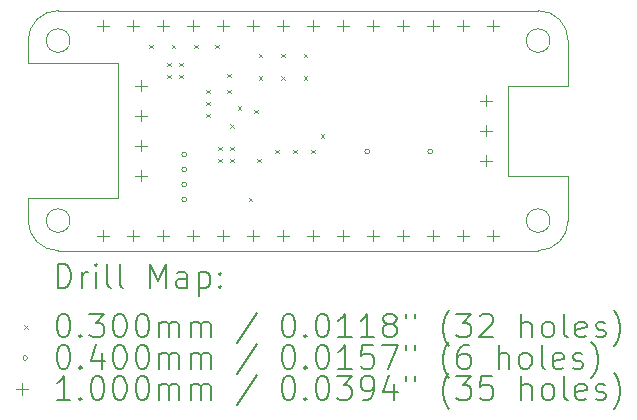
<source format=gbr>
%FSLAX45Y45*%
G04 Gerber Fmt 4.5, Leading zero omitted, Abs format (unit mm)*
G04 Created by KiCad (PCBNEW (6.0.0-0)) date 2023-05-28 12:30:23*
%MOMM*%
%LPD*%
G01*
G04 APERTURE LIST*
%TA.AperFunction,Profile*%
%ADD10C,0.100000*%
%TD*%
%ADD11C,0.200000*%
%ADD12C,0.030000*%
%ADD13C,0.040000*%
%ADD14C,0.100000*%
G04 APERTURE END LIST*
D10*
X12954000Y-10477500D02*
X12954000Y-9334500D01*
X16610000Y-10668000D02*
G75*
G03*
X16610000Y-10668000I-100000J0D01*
G01*
X16256000Y-9525000D02*
X16764000Y-9525000D01*
X12446000Y-8890000D02*
X16510000Y-8890000D01*
X12446000Y-8890000D02*
G75*
G03*
X12192000Y-9144000I0J-254000D01*
G01*
X12192000Y-10477500D02*
X12954000Y-10477500D01*
X16764000Y-9144000D02*
G75*
G03*
X16510000Y-8890000I-254000J0D01*
G01*
X16256000Y-10287000D02*
X16256000Y-9525000D01*
X12192000Y-10668000D02*
G75*
G03*
X12446000Y-10922000I254000J0D01*
G01*
X16610000Y-9144000D02*
G75*
G03*
X16610000Y-9144000I-100000J0D01*
G01*
X16764000Y-9525000D02*
X16764000Y-9144000D01*
X16764000Y-10287000D02*
X16256000Y-10287000D01*
X12192000Y-10477500D02*
X12192000Y-10668000D01*
X16764000Y-10668000D02*
X16764000Y-10287000D01*
X12192000Y-9334500D02*
X12192000Y-9144000D01*
X16510000Y-10922000D02*
X12446000Y-10922000D01*
X16510000Y-10922000D02*
G75*
G03*
X16764000Y-10668000I0J254000D01*
G01*
X12546000Y-10668000D02*
G75*
G03*
X12546000Y-10668000I-100000J0D01*
G01*
X12954000Y-9334500D02*
X12192000Y-9334500D01*
X12546000Y-9144000D02*
G75*
G03*
X12546000Y-9144000I-100000J0D01*
G01*
D11*
D12*
X13218400Y-9179800D02*
X13248400Y-9209800D01*
X13248400Y-9179800D02*
X13218400Y-9209800D01*
X13370800Y-9332200D02*
X13400800Y-9362200D01*
X13400800Y-9332200D02*
X13370800Y-9362200D01*
X13370800Y-9433800D02*
X13400800Y-9463800D01*
X13400800Y-9433800D02*
X13370800Y-9463800D01*
X13408900Y-9179800D02*
X13438900Y-9209800D01*
X13438900Y-9179800D02*
X13408900Y-9209800D01*
X13472400Y-9332200D02*
X13502400Y-9362200D01*
X13502400Y-9332200D02*
X13472400Y-9362200D01*
X13472400Y-9433800D02*
X13502400Y-9463800D01*
X13502400Y-9433800D02*
X13472400Y-9463800D01*
X13599400Y-9179800D02*
X13629400Y-9209800D01*
X13629400Y-9179800D02*
X13599400Y-9209800D01*
X13701000Y-9560800D02*
X13731000Y-9590800D01*
X13731000Y-9560800D02*
X13701000Y-9590800D01*
X13701000Y-9662400D02*
X13731000Y-9692400D01*
X13731000Y-9662400D02*
X13701000Y-9692400D01*
X13701000Y-9764000D02*
X13731000Y-9794000D01*
X13731000Y-9764000D02*
X13701000Y-9794000D01*
X13777200Y-9179800D02*
X13807200Y-9209800D01*
X13807200Y-9179800D02*
X13777200Y-9209800D01*
X13802600Y-10043400D02*
X13832600Y-10073400D01*
X13832600Y-10043400D02*
X13802600Y-10073400D01*
X13802600Y-10145000D02*
X13832600Y-10175000D01*
X13832600Y-10145000D02*
X13802600Y-10175000D01*
X13878517Y-9424272D02*
X13908517Y-9454272D01*
X13908517Y-9424272D02*
X13878517Y-9454272D01*
X13878800Y-9560800D02*
X13908800Y-9590800D01*
X13908800Y-9560800D02*
X13878800Y-9590800D01*
X13904200Y-9853716D02*
X13934200Y-9883716D01*
X13934200Y-9853716D02*
X13904200Y-9883716D01*
X13904200Y-10043400D02*
X13934200Y-10073400D01*
X13934200Y-10043400D02*
X13904200Y-10073400D01*
X13904200Y-10145000D02*
X13934200Y-10175000D01*
X13934200Y-10145000D02*
X13904200Y-10175000D01*
X13964741Y-9701849D02*
X13994741Y-9731849D01*
X13994741Y-9701849D02*
X13964741Y-9731849D01*
X14060450Y-10475200D02*
X14090450Y-10505200D01*
X14090450Y-10475200D02*
X14060450Y-10505200D01*
X14107273Y-9730648D02*
X14137273Y-9760648D01*
X14137273Y-9730648D02*
X14107273Y-9760648D01*
X14132800Y-10145000D02*
X14162800Y-10175000D01*
X14162800Y-10145000D02*
X14132800Y-10175000D01*
X14145500Y-9256000D02*
X14175500Y-9286000D01*
X14175500Y-9256000D02*
X14145500Y-9286000D01*
X14145500Y-9446500D02*
X14175500Y-9476500D01*
X14175500Y-9446500D02*
X14145500Y-9476500D01*
X14285200Y-10068800D02*
X14315200Y-10098800D01*
X14315200Y-10068800D02*
X14285200Y-10098800D01*
X14336000Y-9256000D02*
X14366000Y-9286000D01*
X14366000Y-9256000D02*
X14336000Y-9286000D01*
X14336000Y-9446500D02*
X14366000Y-9476500D01*
X14366000Y-9446500D02*
X14336000Y-9476500D01*
X14437600Y-10068800D02*
X14467600Y-10098800D01*
X14467600Y-10068800D02*
X14437600Y-10098800D01*
X14526500Y-9256000D02*
X14556500Y-9286000D01*
X14556500Y-9256000D02*
X14526500Y-9286000D01*
X14526500Y-9446500D02*
X14556500Y-9476500D01*
X14556500Y-9446500D02*
X14526500Y-9476500D01*
X14590000Y-10068800D02*
X14620000Y-10098800D01*
X14620000Y-10068800D02*
X14590000Y-10098800D01*
X14669109Y-9938891D02*
X14699109Y-9968891D01*
X14699109Y-9938891D02*
X14669109Y-9968891D01*
D13*
X13532800Y-10109200D02*
G75*
G03*
X13532800Y-10109200I-20000J0D01*
G01*
X13532800Y-10236200D02*
G75*
G03*
X13532800Y-10236200I-20000J0D01*
G01*
X13532800Y-10363200D02*
G75*
G03*
X13532800Y-10363200I-20000J0D01*
G01*
X13532800Y-10490200D02*
G75*
G03*
X13532800Y-10490200I-20000J0D01*
G01*
X15082200Y-10083800D02*
G75*
G03*
X15082200Y-10083800I-20000J0D01*
G01*
X15615600Y-10083800D02*
G75*
G03*
X15615600Y-10083800I-20000J0D01*
G01*
D14*
X12828000Y-8967000D02*
X12828000Y-9067000D01*
X12778000Y-9017000D02*
X12878000Y-9017000D01*
X12828000Y-10745000D02*
X12828000Y-10845000D01*
X12778000Y-10795000D02*
X12878000Y-10795000D01*
X13082000Y-8967000D02*
X13082000Y-9067000D01*
X13032000Y-9017000D02*
X13132000Y-9017000D01*
X13082000Y-10745000D02*
X13082000Y-10845000D01*
X13032000Y-10795000D02*
X13132000Y-10795000D01*
X13144500Y-9475000D02*
X13144500Y-9575000D01*
X13094500Y-9525000D02*
X13194500Y-9525000D01*
X13144500Y-9729000D02*
X13144500Y-9829000D01*
X13094500Y-9779000D02*
X13194500Y-9779000D01*
X13144500Y-9983000D02*
X13144500Y-10083000D01*
X13094500Y-10033000D02*
X13194500Y-10033000D01*
X13144500Y-10237000D02*
X13144500Y-10337000D01*
X13094500Y-10287000D02*
X13194500Y-10287000D01*
X13336000Y-8967000D02*
X13336000Y-9067000D01*
X13286000Y-9017000D02*
X13386000Y-9017000D01*
X13336000Y-10745000D02*
X13336000Y-10845000D01*
X13286000Y-10795000D02*
X13386000Y-10795000D01*
X13590000Y-8967000D02*
X13590000Y-9067000D01*
X13540000Y-9017000D02*
X13640000Y-9017000D01*
X13590000Y-10745000D02*
X13590000Y-10845000D01*
X13540000Y-10795000D02*
X13640000Y-10795000D01*
X13844000Y-8967000D02*
X13844000Y-9067000D01*
X13794000Y-9017000D02*
X13894000Y-9017000D01*
X13844000Y-10745000D02*
X13844000Y-10845000D01*
X13794000Y-10795000D02*
X13894000Y-10795000D01*
X14098000Y-8967000D02*
X14098000Y-9067000D01*
X14048000Y-9017000D02*
X14148000Y-9017000D01*
X14098000Y-10745000D02*
X14098000Y-10845000D01*
X14048000Y-10795000D02*
X14148000Y-10795000D01*
X14352000Y-8967000D02*
X14352000Y-9067000D01*
X14302000Y-9017000D02*
X14402000Y-9017000D01*
X14352000Y-10745000D02*
X14352000Y-10845000D01*
X14302000Y-10795000D02*
X14402000Y-10795000D01*
X14606000Y-8967000D02*
X14606000Y-9067000D01*
X14556000Y-9017000D02*
X14656000Y-9017000D01*
X14606000Y-10745000D02*
X14606000Y-10845000D01*
X14556000Y-10795000D02*
X14656000Y-10795000D01*
X14860000Y-8967000D02*
X14860000Y-9067000D01*
X14810000Y-9017000D02*
X14910000Y-9017000D01*
X14860000Y-10745000D02*
X14860000Y-10845000D01*
X14810000Y-10795000D02*
X14910000Y-10795000D01*
X15114000Y-8967000D02*
X15114000Y-9067000D01*
X15064000Y-9017000D02*
X15164000Y-9017000D01*
X15114000Y-10745000D02*
X15114000Y-10845000D01*
X15064000Y-10795000D02*
X15164000Y-10795000D01*
X15368000Y-8967000D02*
X15368000Y-9067000D01*
X15318000Y-9017000D02*
X15418000Y-9017000D01*
X15368000Y-10745000D02*
X15368000Y-10845000D01*
X15318000Y-10795000D02*
X15418000Y-10795000D01*
X15622000Y-8967000D02*
X15622000Y-9067000D01*
X15572000Y-9017000D02*
X15672000Y-9017000D01*
X15622000Y-10745000D02*
X15622000Y-10845000D01*
X15572000Y-10795000D02*
X15672000Y-10795000D01*
X15876000Y-8967000D02*
X15876000Y-9067000D01*
X15826000Y-9017000D02*
X15926000Y-9017000D01*
X15876000Y-10745000D02*
X15876000Y-10845000D01*
X15826000Y-10795000D02*
X15926000Y-10795000D01*
X16065500Y-9602000D02*
X16065500Y-9702000D01*
X16015500Y-9652000D02*
X16115500Y-9652000D01*
X16065500Y-9856000D02*
X16065500Y-9956000D01*
X16015500Y-9906000D02*
X16115500Y-9906000D01*
X16065500Y-10110000D02*
X16065500Y-10210000D01*
X16015500Y-10160000D02*
X16115500Y-10160000D01*
X16130000Y-8967000D02*
X16130000Y-9067000D01*
X16080000Y-9017000D02*
X16180000Y-9017000D01*
X16130000Y-10745000D02*
X16130000Y-10845000D01*
X16080000Y-10795000D02*
X16180000Y-10795000D01*
D11*
X12444619Y-11237476D02*
X12444619Y-11037476D01*
X12492238Y-11037476D01*
X12520809Y-11047000D01*
X12539857Y-11066048D01*
X12549381Y-11085095D01*
X12558905Y-11123190D01*
X12558905Y-11151762D01*
X12549381Y-11189857D01*
X12539857Y-11208905D01*
X12520809Y-11227952D01*
X12492238Y-11237476D01*
X12444619Y-11237476D01*
X12644619Y-11237476D02*
X12644619Y-11104143D01*
X12644619Y-11142238D02*
X12654143Y-11123190D01*
X12663667Y-11113667D01*
X12682714Y-11104143D01*
X12701762Y-11104143D01*
X12768428Y-11237476D02*
X12768428Y-11104143D01*
X12768428Y-11037476D02*
X12758905Y-11047000D01*
X12768428Y-11056524D01*
X12777952Y-11047000D01*
X12768428Y-11037476D01*
X12768428Y-11056524D01*
X12892238Y-11237476D02*
X12873190Y-11227952D01*
X12863667Y-11208905D01*
X12863667Y-11037476D01*
X12997000Y-11237476D02*
X12977952Y-11227952D01*
X12968428Y-11208905D01*
X12968428Y-11037476D01*
X13225571Y-11237476D02*
X13225571Y-11037476D01*
X13292238Y-11180333D01*
X13358905Y-11037476D01*
X13358905Y-11237476D01*
X13539857Y-11237476D02*
X13539857Y-11132714D01*
X13530333Y-11113667D01*
X13511286Y-11104143D01*
X13473190Y-11104143D01*
X13454143Y-11113667D01*
X13539857Y-11227952D02*
X13520809Y-11237476D01*
X13473190Y-11237476D01*
X13454143Y-11227952D01*
X13444619Y-11208905D01*
X13444619Y-11189857D01*
X13454143Y-11170810D01*
X13473190Y-11161286D01*
X13520809Y-11161286D01*
X13539857Y-11151762D01*
X13635095Y-11104143D02*
X13635095Y-11304143D01*
X13635095Y-11113667D02*
X13654143Y-11104143D01*
X13692238Y-11104143D01*
X13711286Y-11113667D01*
X13720809Y-11123190D01*
X13730333Y-11142238D01*
X13730333Y-11199381D01*
X13720809Y-11218428D01*
X13711286Y-11227952D01*
X13692238Y-11237476D01*
X13654143Y-11237476D01*
X13635095Y-11227952D01*
X13816048Y-11218428D02*
X13825571Y-11227952D01*
X13816048Y-11237476D01*
X13806524Y-11227952D01*
X13816048Y-11218428D01*
X13816048Y-11237476D01*
X13816048Y-11113667D02*
X13825571Y-11123190D01*
X13816048Y-11132714D01*
X13806524Y-11123190D01*
X13816048Y-11113667D01*
X13816048Y-11132714D01*
D12*
X12157000Y-11552000D02*
X12187000Y-11582000D01*
X12187000Y-11552000D02*
X12157000Y-11582000D01*
D11*
X12482714Y-11457476D02*
X12501762Y-11457476D01*
X12520809Y-11467000D01*
X12530333Y-11476524D01*
X12539857Y-11495571D01*
X12549381Y-11533667D01*
X12549381Y-11581286D01*
X12539857Y-11619381D01*
X12530333Y-11638428D01*
X12520809Y-11647952D01*
X12501762Y-11657476D01*
X12482714Y-11657476D01*
X12463667Y-11647952D01*
X12454143Y-11638428D01*
X12444619Y-11619381D01*
X12435095Y-11581286D01*
X12435095Y-11533667D01*
X12444619Y-11495571D01*
X12454143Y-11476524D01*
X12463667Y-11467000D01*
X12482714Y-11457476D01*
X12635095Y-11638428D02*
X12644619Y-11647952D01*
X12635095Y-11657476D01*
X12625571Y-11647952D01*
X12635095Y-11638428D01*
X12635095Y-11657476D01*
X12711286Y-11457476D02*
X12835095Y-11457476D01*
X12768428Y-11533667D01*
X12797000Y-11533667D01*
X12816048Y-11543190D01*
X12825571Y-11552714D01*
X12835095Y-11571762D01*
X12835095Y-11619381D01*
X12825571Y-11638428D01*
X12816048Y-11647952D01*
X12797000Y-11657476D01*
X12739857Y-11657476D01*
X12720809Y-11647952D01*
X12711286Y-11638428D01*
X12958905Y-11457476D02*
X12977952Y-11457476D01*
X12997000Y-11467000D01*
X13006524Y-11476524D01*
X13016048Y-11495571D01*
X13025571Y-11533667D01*
X13025571Y-11581286D01*
X13016048Y-11619381D01*
X13006524Y-11638428D01*
X12997000Y-11647952D01*
X12977952Y-11657476D01*
X12958905Y-11657476D01*
X12939857Y-11647952D01*
X12930333Y-11638428D01*
X12920809Y-11619381D01*
X12911286Y-11581286D01*
X12911286Y-11533667D01*
X12920809Y-11495571D01*
X12930333Y-11476524D01*
X12939857Y-11467000D01*
X12958905Y-11457476D01*
X13149381Y-11457476D02*
X13168428Y-11457476D01*
X13187476Y-11467000D01*
X13197000Y-11476524D01*
X13206524Y-11495571D01*
X13216048Y-11533667D01*
X13216048Y-11581286D01*
X13206524Y-11619381D01*
X13197000Y-11638428D01*
X13187476Y-11647952D01*
X13168428Y-11657476D01*
X13149381Y-11657476D01*
X13130333Y-11647952D01*
X13120809Y-11638428D01*
X13111286Y-11619381D01*
X13101762Y-11581286D01*
X13101762Y-11533667D01*
X13111286Y-11495571D01*
X13120809Y-11476524D01*
X13130333Y-11467000D01*
X13149381Y-11457476D01*
X13301762Y-11657476D02*
X13301762Y-11524143D01*
X13301762Y-11543190D02*
X13311286Y-11533667D01*
X13330333Y-11524143D01*
X13358905Y-11524143D01*
X13377952Y-11533667D01*
X13387476Y-11552714D01*
X13387476Y-11657476D01*
X13387476Y-11552714D02*
X13397000Y-11533667D01*
X13416048Y-11524143D01*
X13444619Y-11524143D01*
X13463667Y-11533667D01*
X13473190Y-11552714D01*
X13473190Y-11657476D01*
X13568428Y-11657476D02*
X13568428Y-11524143D01*
X13568428Y-11543190D02*
X13577952Y-11533667D01*
X13597000Y-11524143D01*
X13625571Y-11524143D01*
X13644619Y-11533667D01*
X13654143Y-11552714D01*
X13654143Y-11657476D01*
X13654143Y-11552714D02*
X13663667Y-11533667D01*
X13682714Y-11524143D01*
X13711286Y-11524143D01*
X13730333Y-11533667D01*
X13739857Y-11552714D01*
X13739857Y-11657476D01*
X14130333Y-11447952D02*
X13958905Y-11705095D01*
X14387476Y-11457476D02*
X14406524Y-11457476D01*
X14425571Y-11467000D01*
X14435095Y-11476524D01*
X14444619Y-11495571D01*
X14454143Y-11533667D01*
X14454143Y-11581286D01*
X14444619Y-11619381D01*
X14435095Y-11638428D01*
X14425571Y-11647952D01*
X14406524Y-11657476D01*
X14387476Y-11657476D01*
X14368428Y-11647952D01*
X14358905Y-11638428D01*
X14349381Y-11619381D01*
X14339857Y-11581286D01*
X14339857Y-11533667D01*
X14349381Y-11495571D01*
X14358905Y-11476524D01*
X14368428Y-11467000D01*
X14387476Y-11457476D01*
X14539857Y-11638428D02*
X14549381Y-11647952D01*
X14539857Y-11657476D01*
X14530333Y-11647952D01*
X14539857Y-11638428D01*
X14539857Y-11657476D01*
X14673190Y-11457476D02*
X14692238Y-11457476D01*
X14711286Y-11467000D01*
X14720809Y-11476524D01*
X14730333Y-11495571D01*
X14739857Y-11533667D01*
X14739857Y-11581286D01*
X14730333Y-11619381D01*
X14720809Y-11638428D01*
X14711286Y-11647952D01*
X14692238Y-11657476D01*
X14673190Y-11657476D01*
X14654143Y-11647952D01*
X14644619Y-11638428D01*
X14635095Y-11619381D01*
X14625571Y-11581286D01*
X14625571Y-11533667D01*
X14635095Y-11495571D01*
X14644619Y-11476524D01*
X14654143Y-11467000D01*
X14673190Y-11457476D01*
X14930333Y-11657476D02*
X14816048Y-11657476D01*
X14873190Y-11657476D02*
X14873190Y-11457476D01*
X14854143Y-11486048D01*
X14835095Y-11505095D01*
X14816048Y-11514619D01*
X15120809Y-11657476D02*
X15006524Y-11657476D01*
X15063667Y-11657476D02*
X15063667Y-11457476D01*
X15044619Y-11486048D01*
X15025571Y-11505095D01*
X15006524Y-11514619D01*
X15235095Y-11543190D02*
X15216048Y-11533667D01*
X15206524Y-11524143D01*
X15197000Y-11505095D01*
X15197000Y-11495571D01*
X15206524Y-11476524D01*
X15216048Y-11467000D01*
X15235095Y-11457476D01*
X15273190Y-11457476D01*
X15292238Y-11467000D01*
X15301762Y-11476524D01*
X15311286Y-11495571D01*
X15311286Y-11505095D01*
X15301762Y-11524143D01*
X15292238Y-11533667D01*
X15273190Y-11543190D01*
X15235095Y-11543190D01*
X15216048Y-11552714D01*
X15206524Y-11562238D01*
X15197000Y-11581286D01*
X15197000Y-11619381D01*
X15206524Y-11638428D01*
X15216048Y-11647952D01*
X15235095Y-11657476D01*
X15273190Y-11657476D01*
X15292238Y-11647952D01*
X15301762Y-11638428D01*
X15311286Y-11619381D01*
X15311286Y-11581286D01*
X15301762Y-11562238D01*
X15292238Y-11552714D01*
X15273190Y-11543190D01*
X15387476Y-11457476D02*
X15387476Y-11495571D01*
X15463667Y-11457476D02*
X15463667Y-11495571D01*
X15758905Y-11733667D02*
X15749381Y-11724143D01*
X15730333Y-11695571D01*
X15720809Y-11676524D01*
X15711286Y-11647952D01*
X15701762Y-11600333D01*
X15701762Y-11562238D01*
X15711286Y-11514619D01*
X15720809Y-11486048D01*
X15730333Y-11467000D01*
X15749381Y-11438428D01*
X15758905Y-11428905D01*
X15816048Y-11457476D02*
X15939857Y-11457476D01*
X15873190Y-11533667D01*
X15901762Y-11533667D01*
X15920809Y-11543190D01*
X15930333Y-11552714D01*
X15939857Y-11571762D01*
X15939857Y-11619381D01*
X15930333Y-11638428D01*
X15920809Y-11647952D01*
X15901762Y-11657476D01*
X15844619Y-11657476D01*
X15825571Y-11647952D01*
X15816048Y-11638428D01*
X16016048Y-11476524D02*
X16025571Y-11467000D01*
X16044619Y-11457476D01*
X16092238Y-11457476D01*
X16111286Y-11467000D01*
X16120809Y-11476524D01*
X16130333Y-11495571D01*
X16130333Y-11514619D01*
X16120809Y-11543190D01*
X16006524Y-11657476D01*
X16130333Y-11657476D01*
X16368428Y-11657476D02*
X16368428Y-11457476D01*
X16454143Y-11657476D02*
X16454143Y-11552714D01*
X16444619Y-11533667D01*
X16425571Y-11524143D01*
X16397000Y-11524143D01*
X16377952Y-11533667D01*
X16368428Y-11543190D01*
X16577952Y-11657476D02*
X16558905Y-11647952D01*
X16549381Y-11638428D01*
X16539857Y-11619381D01*
X16539857Y-11562238D01*
X16549381Y-11543190D01*
X16558905Y-11533667D01*
X16577952Y-11524143D01*
X16606524Y-11524143D01*
X16625571Y-11533667D01*
X16635095Y-11543190D01*
X16644619Y-11562238D01*
X16644619Y-11619381D01*
X16635095Y-11638428D01*
X16625571Y-11647952D01*
X16606524Y-11657476D01*
X16577952Y-11657476D01*
X16758905Y-11657476D02*
X16739857Y-11647952D01*
X16730333Y-11628905D01*
X16730333Y-11457476D01*
X16911286Y-11647952D02*
X16892238Y-11657476D01*
X16854143Y-11657476D01*
X16835095Y-11647952D01*
X16825571Y-11628905D01*
X16825571Y-11552714D01*
X16835095Y-11533667D01*
X16854143Y-11524143D01*
X16892238Y-11524143D01*
X16911286Y-11533667D01*
X16920810Y-11552714D01*
X16920810Y-11571762D01*
X16825571Y-11590809D01*
X16997000Y-11647952D02*
X17016048Y-11657476D01*
X17054143Y-11657476D01*
X17073190Y-11647952D01*
X17082714Y-11628905D01*
X17082714Y-11619381D01*
X17073190Y-11600333D01*
X17054143Y-11590809D01*
X17025571Y-11590809D01*
X17006524Y-11581286D01*
X16997000Y-11562238D01*
X16997000Y-11552714D01*
X17006524Y-11533667D01*
X17025571Y-11524143D01*
X17054143Y-11524143D01*
X17073190Y-11533667D01*
X17149381Y-11733667D02*
X17158905Y-11724143D01*
X17177952Y-11695571D01*
X17187476Y-11676524D01*
X17197000Y-11647952D01*
X17206524Y-11600333D01*
X17206524Y-11562238D01*
X17197000Y-11514619D01*
X17187476Y-11486048D01*
X17177952Y-11467000D01*
X17158905Y-11438428D01*
X17149381Y-11428905D01*
D13*
X12187000Y-11831000D02*
G75*
G03*
X12187000Y-11831000I-20000J0D01*
G01*
D11*
X12482714Y-11721476D02*
X12501762Y-11721476D01*
X12520809Y-11731000D01*
X12530333Y-11740524D01*
X12539857Y-11759571D01*
X12549381Y-11797667D01*
X12549381Y-11845286D01*
X12539857Y-11883381D01*
X12530333Y-11902428D01*
X12520809Y-11911952D01*
X12501762Y-11921476D01*
X12482714Y-11921476D01*
X12463667Y-11911952D01*
X12454143Y-11902428D01*
X12444619Y-11883381D01*
X12435095Y-11845286D01*
X12435095Y-11797667D01*
X12444619Y-11759571D01*
X12454143Y-11740524D01*
X12463667Y-11731000D01*
X12482714Y-11721476D01*
X12635095Y-11902428D02*
X12644619Y-11911952D01*
X12635095Y-11921476D01*
X12625571Y-11911952D01*
X12635095Y-11902428D01*
X12635095Y-11921476D01*
X12816048Y-11788143D02*
X12816048Y-11921476D01*
X12768428Y-11711952D02*
X12720809Y-11854809D01*
X12844619Y-11854809D01*
X12958905Y-11721476D02*
X12977952Y-11721476D01*
X12997000Y-11731000D01*
X13006524Y-11740524D01*
X13016048Y-11759571D01*
X13025571Y-11797667D01*
X13025571Y-11845286D01*
X13016048Y-11883381D01*
X13006524Y-11902428D01*
X12997000Y-11911952D01*
X12977952Y-11921476D01*
X12958905Y-11921476D01*
X12939857Y-11911952D01*
X12930333Y-11902428D01*
X12920809Y-11883381D01*
X12911286Y-11845286D01*
X12911286Y-11797667D01*
X12920809Y-11759571D01*
X12930333Y-11740524D01*
X12939857Y-11731000D01*
X12958905Y-11721476D01*
X13149381Y-11721476D02*
X13168428Y-11721476D01*
X13187476Y-11731000D01*
X13197000Y-11740524D01*
X13206524Y-11759571D01*
X13216048Y-11797667D01*
X13216048Y-11845286D01*
X13206524Y-11883381D01*
X13197000Y-11902428D01*
X13187476Y-11911952D01*
X13168428Y-11921476D01*
X13149381Y-11921476D01*
X13130333Y-11911952D01*
X13120809Y-11902428D01*
X13111286Y-11883381D01*
X13101762Y-11845286D01*
X13101762Y-11797667D01*
X13111286Y-11759571D01*
X13120809Y-11740524D01*
X13130333Y-11731000D01*
X13149381Y-11721476D01*
X13301762Y-11921476D02*
X13301762Y-11788143D01*
X13301762Y-11807190D02*
X13311286Y-11797667D01*
X13330333Y-11788143D01*
X13358905Y-11788143D01*
X13377952Y-11797667D01*
X13387476Y-11816714D01*
X13387476Y-11921476D01*
X13387476Y-11816714D02*
X13397000Y-11797667D01*
X13416048Y-11788143D01*
X13444619Y-11788143D01*
X13463667Y-11797667D01*
X13473190Y-11816714D01*
X13473190Y-11921476D01*
X13568428Y-11921476D02*
X13568428Y-11788143D01*
X13568428Y-11807190D02*
X13577952Y-11797667D01*
X13597000Y-11788143D01*
X13625571Y-11788143D01*
X13644619Y-11797667D01*
X13654143Y-11816714D01*
X13654143Y-11921476D01*
X13654143Y-11816714D02*
X13663667Y-11797667D01*
X13682714Y-11788143D01*
X13711286Y-11788143D01*
X13730333Y-11797667D01*
X13739857Y-11816714D01*
X13739857Y-11921476D01*
X14130333Y-11711952D02*
X13958905Y-11969095D01*
X14387476Y-11721476D02*
X14406524Y-11721476D01*
X14425571Y-11731000D01*
X14435095Y-11740524D01*
X14444619Y-11759571D01*
X14454143Y-11797667D01*
X14454143Y-11845286D01*
X14444619Y-11883381D01*
X14435095Y-11902428D01*
X14425571Y-11911952D01*
X14406524Y-11921476D01*
X14387476Y-11921476D01*
X14368428Y-11911952D01*
X14358905Y-11902428D01*
X14349381Y-11883381D01*
X14339857Y-11845286D01*
X14339857Y-11797667D01*
X14349381Y-11759571D01*
X14358905Y-11740524D01*
X14368428Y-11731000D01*
X14387476Y-11721476D01*
X14539857Y-11902428D02*
X14549381Y-11911952D01*
X14539857Y-11921476D01*
X14530333Y-11911952D01*
X14539857Y-11902428D01*
X14539857Y-11921476D01*
X14673190Y-11721476D02*
X14692238Y-11721476D01*
X14711286Y-11731000D01*
X14720809Y-11740524D01*
X14730333Y-11759571D01*
X14739857Y-11797667D01*
X14739857Y-11845286D01*
X14730333Y-11883381D01*
X14720809Y-11902428D01*
X14711286Y-11911952D01*
X14692238Y-11921476D01*
X14673190Y-11921476D01*
X14654143Y-11911952D01*
X14644619Y-11902428D01*
X14635095Y-11883381D01*
X14625571Y-11845286D01*
X14625571Y-11797667D01*
X14635095Y-11759571D01*
X14644619Y-11740524D01*
X14654143Y-11731000D01*
X14673190Y-11721476D01*
X14930333Y-11921476D02*
X14816048Y-11921476D01*
X14873190Y-11921476D02*
X14873190Y-11721476D01*
X14854143Y-11750048D01*
X14835095Y-11769095D01*
X14816048Y-11778619D01*
X15111286Y-11721476D02*
X15016048Y-11721476D01*
X15006524Y-11816714D01*
X15016048Y-11807190D01*
X15035095Y-11797667D01*
X15082714Y-11797667D01*
X15101762Y-11807190D01*
X15111286Y-11816714D01*
X15120809Y-11835762D01*
X15120809Y-11883381D01*
X15111286Y-11902428D01*
X15101762Y-11911952D01*
X15082714Y-11921476D01*
X15035095Y-11921476D01*
X15016048Y-11911952D01*
X15006524Y-11902428D01*
X15187476Y-11721476D02*
X15320809Y-11721476D01*
X15235095Y-11921476D01*
X15387476Y-11721476D02*
X15387476Y-11759571D01*
X15463667Y-11721476D02*
X15463667Y-11759571D01*
X15758905Y-11997667D02*
X15749381Y-11988143D01*
X15730333Y-11959571D01*
X15720809Y-11940524D01*
X15711286Y-11911952D01*
X15701762Y-11864333D01*
X15701762Y-11826238D01*
X15711286Y-11778619D01*
X15720809Y-11750048D01*
X15730333Y-11731000D01*
X15749381Y-11702428D01*
X15758905Y-11692905D01*
X15920809Y-11721476D02*
X15882714Y-11721476D01*
X15863667Y-11731000D01*
X15854143Y-11740524D01*
X15835095Y-11769095D01*
X15825571Y-11807190D01*
X15825571Y-11883381D01*
X15835095Y-11902428D01*
X15844619Y-11911952D01*
X15863667Y-11921476D01*
X15901762Y-11921476D01*
X15920809Y-11911952D01*
X15930333Y-11902428D01*
X15939857Y-11883381D01*
X15939857Y-11835762D01*
X15930333Y-11816714D01*
X15920809Y-11807190D01*
X15901762Y-11797667D01*
X15863667Y-11797667D01*
X15844619Y-11807190D01*
X15835095Y-11816714D01*
X15825571Y-11835762D01*
X16177952Y-11921476D02*
X16177952Y-11721476D01*
X16263667Y-11921476D02*
X16263667Y-11816714D01*
X16254143Y-11797667D01*
X16235095Y-11788143D01*
X16206524Y-11788143D01*
X16187476Y-11797667D01*
X16177952Y-11807190D01*
X16387476Y-11921476D02*
X16368428Y-11911952D01*
X16358905Y-11902428D01*
X16349381Y-11883381D01*
X16349381Y-11826238D01*
X16358905Y-11807190D01*
X16368428Y-11797667D01*
X16387476Y-11788143D01*
X16416048Y-11788143D01*
X16435095Y-11797667D01*
X16444619Y-11807190D01*
X16454143Y-11826238D01*
X16454143Y-11883381D01*
X16444619Y-11902428D01*
X16435095Y-11911952D01*
X16416048Y-11921476D01*
X16387476Y-11921476D01*
X16568428Y-11921476D02*
X16549381Y-11911952D01*
X16539857Y-11892905D01*
X16539857Y-11721476D01*
X16720809Y-11911952D02*
X16701762Y-11921476D01*
X16663667Y-11921476D01*
X16644619Y-11911952D01*
X16635095Y-11892905D01*
X16635095Y-11816714D01*
X16644619Y-11797667D01*
X16663667Y-11788143D01*
X16701762Y-11788143D01*
X16720809Y-11797667D01*
X16730333Y-11816714D01*
X16730333Y-11835762D01*
X16635095Y-11854809D01*
X16806524Y-11911952D02*
X16825571Y-11921476D01*
X16863667Y-11921476D01*
X16882714Y-11911952D01*
X16892238Y-11892905D01*
X16892238Y-11883381D01*
X16882714Y-11864333D01*
X16863667Y-11854809D01*
X16835095Y-11854809D01*
X16816048Y-11845286D01*
X16806524Y-11826238D01*
X16806524Y-11816714D01*
X16816048Y-11797667D01*
X16835095Y-11788143D01*
X16863667Y-11788143D01*
X16882714Y-11797667D01*
X16958905Y-11997667D02*
X16968429Y-11988143D01*
X16987476Y-11959571D01*
X16997000Y-11940524D01*
X17006524Y-11911952D01*
X17016048Y-11864333D01*
X17016048Y-11826238D01*
X17006524Y-11778619D01*
X16997000Y-11750048D01*
X16987476Y-11731000D01*
X16968429Y-11702428D01*
X16958905Y-11692905D01*
D14*
X12137000Y-12045000D02*
X12137000Y-12145000D01*
X12087000Y-12095000D02*
X12187000Y-12095000D01*
D11*
X12549381Y-12185476D02*
X12435095Y-12185476D01*
X12492238Y-12185476D02*
X12492238Y-11985476D01*
X12473190Y-12014048D01*
X12454143Y-12033095D01*
X12435095Y-12042619D01*
X12635095Y-12166428D02*
X12644619Y-12175952D01*
X12635095Y-12185476D01*
X12625571Y-12175952D01*
X12635095Y-12166428D01*
X12635095Y-12185476D01*
X12768428Y-11985476D02*
X12787476Y-11985476D01*
X12806524Y-11995000D01*
X12816048Y-12004524D01*
X12825571Y-12023571D01*
X12835095Y-12061667D01*
X12835095Y-12109286D01*
X12825571Y-12147381D01*
X12816048Y-12166428D01*
X12806524Y-12175952D01*
X12787476Y-12185476D01*
X12768428Y-12185476D01*
X12749381Y-12175952D01*
X12739857Y-12166428D01*
X12730333Y-12147381D01*
X12720809Y-12109286D01*
X12720809Y-12061667D01*
X12730333Y-12023571D01*
X12739857Y-12004524D01*
X12749381Y-11995000D01*
X12768428Y-11985476D01*
X12958905Y-11985476D02*
X12977952Y-11985476D01*
X12997000Y-11995000D01*
X13006524Y-12004524D01*
X13016048Y-12023571D01*
X13025571Y-12061667D01*
X13025571Y-12109286D01*
X13016048Y-12147381D01*
X13006524Y-12166428D01*
X12997000Y-12175952D01*
X12977952Y-12185476D01*
X12958905Y-12185476D01*
X12939857Y-12175952D01*
X12930333Y-12166428D01*
X12920809Y-12147381D01*
X12911286Y-12109286D01*
X12911286Y-12061667D01*
X12920809Y-12023571D01*
X12930333Y-12004524D01*
X12939857Y-11995000D01*
X12958905Y-11985476D01*
X13149381Y-11985476D02*
X13168428Y-11985476D01*
X13187476Y-11995000D01*
X13197000Y-12004524D01*
X13206524Y-12023571D01*
X13216048Y-12061667D01*
X13216048Y-12109286D01*
X13206524Y-12147381D01*
X13197000Y-12166428D01*
X13187476Y-12175952D01*
X13168428Y-12185476D01*
X13149381Y-12185476D01*
X13130333Y-12175952D01*
X13120809Y-12166428D01*
X13111286Y-12147381D01*
X13101762Y-12109286D01*
X13101762Y-12061667D01*
X13111286Y-12023571D01*
X13120809Y-12004524D01*
X13130333Y-11995000D01*
X13149381Y-11985476D01*
X13301762Y-12185476D02*
X13301762Y-12052143D01*
X13301762Y-12071190D02*
X13311286Y-12061667D01*
X13330333Y-12052143D01*
X13358905Y-12052143D01*
X13377952Y-12061667D01*
X13387476Y-12080714D01*
X13387476Y-12185476D01*
X13387476Y-12080714D02*
X13397000Y-12061667D01*
X13416048Y-12052143D01*
X13444619Y-12052143D01*
X13463667Y-12061667D01*
X13473190Y-12080714D01*
X13473190Y-12185476D01*
X13568428Y-12185476D02*
X13568428Y-12052143D01*
X13568428Y-12071190D02*
X13577952Y-12061667D01*
X13597000Y-12052143D01*
X13625571Y-12052143D01*
X13644619Y-12061667D01*
X13654143Y-12080714D01*
X13654143Y-12185476D01*
X13654143Y-12080714D02*
X13663667Y-12061667D01*
X13682714Y-12052143D01*
X13711286Y-12052143D01*
X13730333Y-12061667D01*
X13739857Y-12080714D01*
X13739857Y-12185476D01*
X14130333Y-11975952D02*
X13958905Y-12233095D01*
X14387476Y-11985476D02*
X14406524Y-11985476D01*
X14425571Y-11995000D01*
X14435095Y-12004524D01*
X14444619Y-12023571D01*
X14454143Y-12061667D01*
X14454143Y-12109286D01*
X14444619Y-12147381D01*
X14435095Y-12166428D01*
X14425571Y-12175952D01*
X14406524Y-12185476D01*
X14387476Y-12185476D01*
X14368428Y-12175952D01*
X14358905Y-12166428D01*
X14349381Y-12147381D01*
X14339857Y-12109286D01*
X14339857Y-12061667D01*
X14349381Y-12023571D01*
X14358905Y-12004524D01*
X14368428Y-11995000D01*
X14387476Y-11985476D01*
X14539857Y-12166428D02*
X14549381Y-12175952D01*
X14539857Y-12185476D01*
X14530333Y-12175952D01*
X14539857Y-12166428D01*
X14539857Y-12185476D01*
X14673190Y-11985476D02*
X14692238Y-11985476D01*
X14711286Y-11995000D01*
X14720809Y-12004524D01*
X14730333Y-12023571D01*
X14739857Y-12061667D01*
X14739857Y-12109286D01*
X14730333Y-12147381D01*
X14720809Y-12166428D01*
X14711286Y-12175952D01*
X14692238Y-12185476D01*
X14673190Y-12185476D01*
X14654143Y-12175952D01*
X14644619Y-12166428D01*
X14635095Y-12147381D01*
X14625571Y-12109286D01*
X14625571Y-12061667D01*
X14635095Y-12023571D01*
X14644619Y-12004524D01*
X14654143Y-11995000D01*
X14673190Y-11985476D01*
X14806524Y-11985476D02*
X14930333Y-11985476D01*
X14863667Y-12061667D01*
X14892238Y-12061667D01*
X14911286Y-12071190D01*
X14920809Y-12080714D01*
X14930333Y-12099762D01*
X14930333Y-12147381D01*
X14920809Y-12166428D01*
X14911286Y-12175952D01*
X14892238Y-12185476D01*
X14835095Y-12185476D01*
X14816048Y-12175952D01*
X14806524Y-12166428D01*
X15025571Y-12185476D02*
X15063667Y-12185476D01*
X15082714Y-12175952D01*
X15092238Y-12166428D01*
X15111286Y-12137857D01*
X15120809Y-12099762D01*
X15120809Y-12023571D01*
X15111286Y-12004524D01*
X15101762Y-11995000D01*
X15082714Y-11985476D01*
X15044619Y-11985476D01*
X15025571Y-11995000D01*
X15016048Y-12004524D01*
X15006524Y-12023571D01*
X15006524Y-12071190D01*
X15016048Y-12090238D01*
X15025571Y-12099762D01*
X15044619Y-12109286D01*
X15082714Y-12109286D01*
X15101762Y-12099762D01*
X15111286Y-12090238D01*
X15120809Y-12071190D01*
X15292238Y-12052143D02*
X15292238Y-12185476D01*
X15244619Y-11975952D02*
X15197000Y-12118809D01*
X15320809Y-12118809D01*
X15387476Y-11985476D02*
X15387476Y-12023571D01*
X15463667Y-11985476D02*
X15463667Y-12023571D01*
X15758905Y-12261667D02*
X15749381Y-12252143D01*
X15730333Y-12223571D01*
X15720809Y-12204524D01*
X15711286Y-12175952D01*
X15701762Y-12128333D01*
X15701762Y-12090238D01*
X15711286Y-12042619D01*
X15720809Y-12014048D01*
X15730333Y-11995000D01*
X15749381Y-11966428D01*
X15758905Y-11956905D01*
X15816048Y-11985476D02*
X15939857Y-11985476D01*
X15873190Y-12061667D01*
X15901762Y-12061667D01*
X15920809Y-12071190D01*
X15930333Y-12080714D01*
X15939857Y-12099762D01*
X15939857Y-12147381D01*
X15930333Y-12166428D01*
X15920809Y-12175952D01*
X15901762Y-12185476D01*
X15844619Y-12185476D01*
X15825571Y-12175952D01*
X15816048Y-12166428D01*
X16120809Y-11985476D02*
X16025571Y-11985476D01*
X16016048Y-12080714D01*
X16025571Y-12071190D01*
X16044619Y-12061667D01*
X16092238Y-12061667D01*
X16111286Y-12071190D01*
X16120809Y-12080714D01*
X16130333Y-12099762D01*
X16130333Y-12147381D01*
X16120809Y-12166428D01*
X16111286Y-12175952D01*
X16092238Y-12185476D01*
X16044619Y-12185476D01*
X16025571Y-12175952D01*
X16016048Y-12166428D01*
X16368428Y-12185476D02*
X16368428Y-11985476D01*
X16454143Y-12185476D02*
X16454143Y-12080714D01*
X16444619Y-12061667D01*
X16425571Y-12052143D01*
X16397000Y-12052143D01*
X16377952Y-12061667D01*
X16368428Y-12071190D01*
X16577952Y-12185476D02*
X16558905Y-12175952D01*
X16549381Y-12166428D01*
X16539857Y-12147381D01*
X16539857Y-12090238D01*
X16549381Y-12071190D01*
X16558905Y-12061667D01*
X16577952Y-12052143D01*
X16606524Y-12052143D01*
X16625571Y-12061667D01*
X16635095Y-12071190D01*
X16644619Y-12090238D01*
X16644619Y-12147381D01*
X16635095Y-12166428D01*
X16625571Y-12175952D01*
X16606524Y-12185476D01*
X16577952Y-12185476D01*
X16758905Y-12185476D02*
X16739857Y-12175952D01*
X16730333Y-12156905D01*
X16730333Y-11985476D01*
X16911286Y-12175952D02*
X16892238Y-12185476D01*
X16854143Y-12185476D01*
X16835095Y-12175952D01*
X16825571Y-12156905D01*
X16825571Y-12080714D01*
X16835095Y-12061667D01*
X16854143Y-12052143D01*
X16892238Y-12052143D01*
X16911286Y-12061667D01*
X16920810Y-12080714D01*
X16920810Y-12099762D01*
X16825571Y-12118809D01*
X16997000Y-12175952D02*
X17016048Y-12185476D01*
X17054143Y-12185476D01*
X17073190Y-12175952D01*
X17082714Y-12156905D01*
X17082714Y-12147381D01*
X17073190Y-12128333D01*
X17054143Y-12118809D01*
X17025571Y-12118809D01*
X17006524Y-12109286D01*
X16997000Y-12090238D01*
X16997000Y-12080714D01*
X17006524Y-12061667D01*
X17025571Y-12052143D01*
X17054143Y-12052143D01*
X17073190Y-12061667D01*
X17149381Y-12261667D02*
X17158905Y-12252143D01*
X17177952Y-12223571D01*
X17187476Y-12204524D01*
X17197000Y-12175952D01*
X17206524Y-12128333D01*
X17206524Y-12090238D01*
X17197000Y-12042619D01*
X17187476Y-12014048D01*
X17177952Y-11995000D01*
X17158905Y-11966428D01*
X17149381Y-11956905D01*
M02*

</source>
